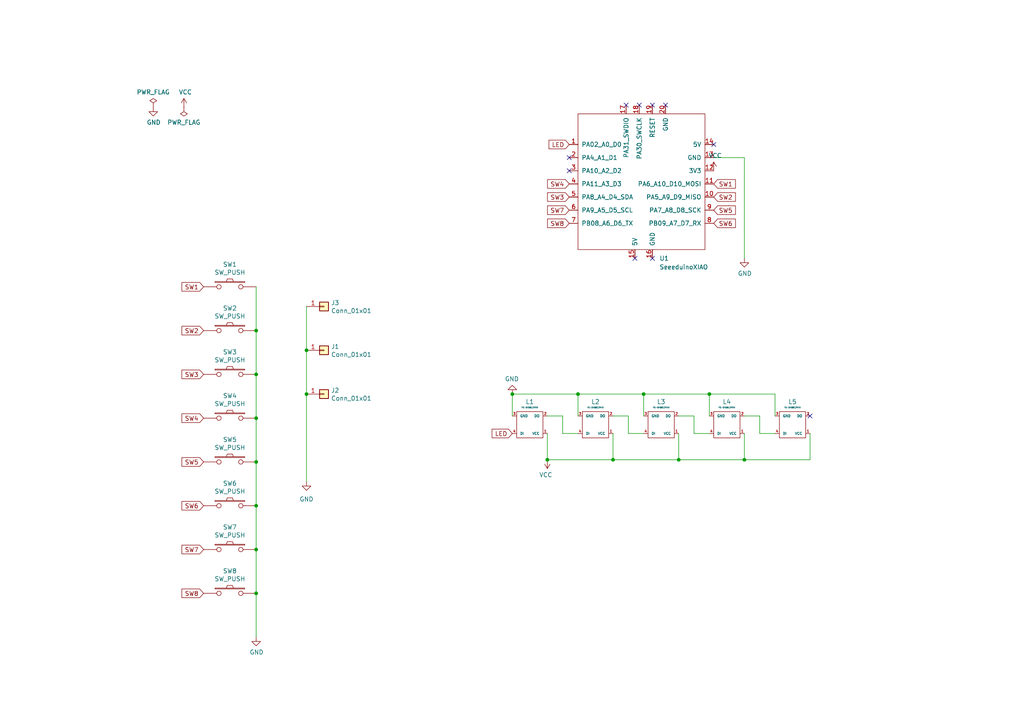
<source format=kicad_sch>
(kicad_sch (version 20211123) (generator eeschema)
  (paper "A4")
  (lib_symbols
    (symbol "Connector_Generic:Conn_01x01" (pin_names (offset 1.016) hide)
      (property "Reference" "J" (at 0 2.54 0))
      (property "Value" "Conn_01x01" (at 0 -2.54 0))
      (symbol "Conn_01x01_1_1"
        (rectangle (start -1.27 0.127) (end 0 -0.127) (stroke (width 0.1524)))
        (rectangle (start -1.27 1.27) (end 1.27 -1.27) (stroke (width 0.254)) (fill (type background)))
        (pin passive line (at -5.08 0 0) (length 3.81) (name "Pin_1") (number "1"))
      )
    )
    (symbol "Keyboard:SeeeduinoXIAO" (pin_names (offset 1.016))
      (property "Reference" "U" (at -19.05 22.86 0))
      (property "Value" "SeeeduinoXIAO" (at -12.7 21.59 0))
      (symbol "SeeeduinoXIAO_0_1"
        (rectangle (start -19.05 20.32) (end 17.78 -19.05))
      )
      (symbol "SeeeduinoXIAO_1_1"
        (pin bidirectional line (at -21.59 11.43 0) (length 2.54) (name "PA02_A0_D0") (number "1"))
        (pin bidirectional line (at 20.32 -3.81 180) (length 2.54) (name "PA5_A9_D9_MISO") (number "10"))
        (pin bidirectional line (at 20.32 0 180) (length 2.54) (name "PA6_A10_D10_MOSI") (number "11"))
        (pin power_out line (at 20.32 3.81 180) (length 2.54) (name "3V3") (number "12"))
        (pin power_out line (at 20.32 7.62 180) (length 2.54) (name "GND") (number "13"))
        (pin power_out line (at 20.32 11.43 180) (length 2.54) (name "5V") (number "14"))
        (pin passive line (at -2.54 -21.59 90) (length 2.54) (name "5V") (number "15"))
        (pin passive line (at 2.54 -21.59 90) (length 2.54) (name "GND") (number "16"))
        (pin input line (at -5.08 22.86 270) (length 2.54) (name "PA31_SWDIO") (number "17"))
        (pin input line (at -1.27 22.86 270) (length 2.54) (name "PA30_SWCLK") (number "18"))
        (pin input line (at 2.54 22.86 270) (length 2.54) (name "RESET") (number "19"))
        (pin bidirectional line (at -21.59 7.62 0) (length 2.54) (name "PA4_A1_D1") (number "2"))
        (pin passive line (at 6.35 22.86 270) (length 2.54) (name "GND") (number "20"))
        (pin bidirectional line (at -21.59 3.81 0) (length 2.54) (name "PA10_A2_D2") (number "3"))
        (pin bidirectional line (at -21.59 0 0) (length 2.54) (name "PA11_A3_D3") (number "4"))
        (pin bidirectional line (at -21.59 -3.81 0) (length 2.54) (name "PA8_A4_D4_SDA") (number "5"))
        (pin bidirectional line (at -21.59 -7.62 0) (length 2.54) (name "PA9_A5_D5_SCL") (number "6"))
        (pin bidirectional line (at -21.59 -11.43 0) (length 2.54) (name "PB08_A6_D6_TX") (number "7"))
        (pin bidirectional line (at 20.32 -11.43 180) (length 2.54) (name "PB09_A7_D7_RX") (number "8"))
        (pin bidirectional line (at 20.32 -7.62 180) (length 2.54) (name "PA7_A8_D8_SCK") (number "9"))
      )
    )
    (symbol "keyboard:SW_PUSH" (pin_numbers hide) (pin_names (offset 1.016) hide)
      (property "Reference" "SW" (at 3.81 2.794 0))
      (property "Value" "SW_PUSH" (at 0 -2.032 0))
      (symbol "SW_PUSH_0_1"
        (rectangle (start -4.318 1.27) (end 4.318 1.524))
        (polyline (pts (xy -1.016 1.524) (xy -0.762 2.286) (xy 0.762 2.286) (xy 1.016 1.524)))
        (pin passive inverted (at -7.62 0 0) (length 5.08) (name "1") (number "1"))
        (pin passive inverted (at 7.62 0 180) (length 5.08) (name "2") (number "2"))
      )
    )
    (symbol "keyboard:YS-SK6812MINI" (pin_names (offset 1.016))
      (property "Reference" "L" (at 0 0 0))
      (property "Value" "YS-SK6812MINI" (at 0 -1.27 0))
      (symbol "YS-SK6812MINI_0_1"
        (rectangle (start -3.81 3.81) (end 3.81 -3.81))
      )
      (symbol "YS-SK6812MINI_1_1"
        (pin power_in line (at -5.08 2.54 0) (length 1.1938) (name "VCC") (number "1"))
        (pin output line (at -5.08 -2.54 0) (length 1.1938) (name "DO") (number "2"))
        (pin power_in line (at 5.08 -2.54 180) (length 1.1938) (name "GND") (number "3"))
        (pin input line (at 5.08 2.54 180) (length 1.1938) (name "DI") (number "4"))
      )
    )
    (symbol "power:GND" (power) (pin_names (offset 0))
      (property "Value" "GND" (at 0 -3.81 0))
      (symbol "GND_0_1"
        (polyline (pts (xy 0 0) (xy 0 -1.27) (xy 1.27 -1.27) (xy 0 -2.54) (xy -1.27 -1.27) (xy 0 -1.27)))
      )
      (symbol "GND_1_1"
        (pin power_in line (at 0 0 270) (length 0) hide (name "GND") (number "1"))
      )
    )
    (symbol "power:PWR_FLAG" (power) (pin_numbers hide) (pin_names (offset 0) hide)
      (property "Value" "PWR_FLAG" (at 0 3.81 0))
      (symbol "PWR_FLAG_0_0"
        (pin power_out line (at 0 0 90) (length 0) (name "pwr") (number "1"))
      )
      (symbol "PWR_FLAG_0_1"
        (polyline (pts (xy 0 0) (xy 0 1.27) (xy -1.016 1.905) (xy 0 2.54) (xy 1.016 1.905) (xy 0 1.27)))
      )
    )
    (symbol "power:VCC" (power) (pin_names (offset 0))
      (property "Value" "VCC" (at 0 3.81 0))
      (symbol "VCC_0_1"
        (polyline (pts (xy -0.762 1.27) (xy 0 2.54)))
        (polyline (pts (xy 0 0) (xy 0 2.54)))
        (polyline (pts (xy 0 2.54) (xy 0.762 1.27)))
      )
      (symbol "VCC_1_1"
        (pin power_in line (at 0 0 90) (length 0) hide (name "VCC") (number "1"))
      )
    )
  )
  (junction (at 74.295 95.885))
  (junction (at 205.74 114.3))
  (junction (at 74.295 172.085))
  (junction (at 215.9 133.35))
  (junction (at 74.295 108.585))
  (junction (at 186.69 114.3))
  (junction (at 158.75 133.35))
  (junction (at 88.9 114.3))
  (junction (at 167.64 114.3))
  (junction (at 148.59 114.3))
  (junction (at 74.295 146.685))
  (junction (at 88.9 101.6))
  (junction (at 196.85 133.35))
  (junction (at 177.8 133.35))
  (junction (at 74.295 159.385))
  (junction (at 74.295 121.285))
  (junction (at 74.295 133.985))
  (no_connect (at 189.23 74.93))
  (no_connect (at 189.23 30.48))
  (no_connect (at 193.04 30.48))
  (no_connect (at 185.42 30.48))
  (no_connect (at 181.61 30.48))
  (no_connect (at 234.95 120.65))
  (no_connect (at 207.01 41.91))
  (no_connect (at 184.15 74.93))
  (no_connect (at 165.1 45.72))
  (no_connect (at 165.1 49.53))
  (wire (pts (xy 196.85 120.65) (xy 201.295 120.65)))
  (wire (pts (xy 177.8 125.73) (xy 177.8 133.35)))
  (wire (pts (xy 158.75 125.73) (xy 158.75 133.35)))
  (wire (pts (xy 177.8 120.65) (xy 182.245 120.65)))
  (wire (pts (xy 74.295 159.385) (xy 74.295 172.085)))
  (wire (pts (xy 220.345 125.73) (xy 224.79 125.73)))
  (wire (pts (xy 182.245 120.65) (xy 182.245 125.73)))
  (wire (pts (xy 215.9 74.93) (xy 215.9 45.72)))
  (wire (pts (xy 88.9 88.9) (xy 88.9 101.6)))
  (wire (pts (xy 201.295 125.73) (xy 205.74 125.73)))
  (wire (pts (xy 163.195 120.65) (xy 163.195 125.73)))
  (wire (pts (xy 74.295 83.185) (xy 74.295 95.885)))
  (wire (pts (xy 205.74 120.65) (xy 205.74 114.3)))
  (wire (pts (xy 215.9 120.65) (xy 220.345 120.65)))
  (wire (pts (xy 74.295 108.585) (xy 74.295 121.285)))
  (wire (pts (xy 196.85 133.35) (xy 177.8 133.35)))
  (wire (pts (xy 167.64 114.3) (xy 186.69 114.3)))
  (wire (pts (xy 234.95 125.73) (xy 234.95 133.35)))
  (wire (pts (xy 163.195 125.73) (xy 167.64 125.73)))
  (wire (pts (xy 177.8 133.35) (xy 158.75 133.35)))
  (wire (pts (xy 88.9 114.3) (xy 88.9 139.7)))
  (wire (pts (xy 215.9 125.73) (xy 215.9 133.35)))
  (wire (pts (xy 196.85 133.35) (xy 215.9 133.35)))
  (wire (pts (xy 148.59 114.3) (xy 167.64 114.3)))
  (wire (pts (xy 182.245 125.73) (xy 186.69 125.73)))
  (wire (pts (xy 201.295 120.65) (xy 201.295 125.73)))
  (wire (pts (xy 205.74 114.3) (xy 224.79 114.3)))
  (wire (pts (xy 196.85 125.73) (xy 196.85 133.35)))
  (wire (pts (xy 186.69 114.3) (xy 205.74 114.3)))
  (wire (pts (xy 224.79 120.65) (xy 224.79 114.3)))
  (wire (pts (xy 74.295 95.885) (xy 74.295 108.585)))
  (wire (pts (xy 148.59 120.65) (xy 148.59 114.3)))
  (wire (pts (xy 234.95 133.35) (xy 215.9 133.35)))
  (wire (pts (xy 74.295 121.285) (xy 74.295 133.985)))
  (wire (pts (xy 74.295 146.685) (xy 74.295 159.385)))
  (wire (pts (xy 186.69 120.65) (xy 186.69 114.3)))
  (wire (pts (xy 215.9 45.72) (xy 207.01 45.72)))
  (wire (pts (xy 220.345 120.65) (xy 220.345 125.73)))
  (wire (pts (xy 158.75 120.65) (xy 163.195 120.65)))
  (wire (pts (xy 74.295 172.085) (xy 74.295 184.785)))
  (wire (pts (xy 74.295 133.985) (xy 74.295 146.685)))
  (wire (pts (xy 167.64 120.65) (xy 167.64 114.3)))
  (wire (pts (xy 88.9 101.6) (xy 88.9 114.3)))
  (global_label "LED" (shape input) (at 165.1 41.91 180) (property "シート間のリファレンス" "${INTERSHEET_REFS}" (effects hide)))
  (global_label "SW7" (shape input) (at 165.1 60.96 180) (property "シート間のリファレンス" "${INTERSHEET_REFS}" (effects hide)))
  (global_label "SW6" (shape input) (at 59.055 146.685 180) (property "シート間のリファレンス" "${INTERSHEET_REFS}" (effects hide)))
  (global_label "SW2" (shape input) (at 207.01 57.15 0) (property "シート間のリファレンス" "${INTERSHEET_REFS}" (effects hide)))
  (global_label "SW1" (shape input) (at 207.01 53.34 0) (property "シート間のリファレンス" "${INTERSHEET_REFS}" (effects hide)))
  (global_label "SW5" (shape input) (at 59.055 133.985 180) (property "シート間のリファレンス" "${INTERSHEET_REFS}" (effects hide)))
  (global_label "SW7" (shape input) (at 59.055 159.385 180) (property "シート間のリファレンス" "${INTERSHEET_REFS}" (effects hide)))
  (global_label "SW6" (shape input) (at 207.01 64.77 0) (property "シート間のリファレンス" "${INTERSHEET_REFS}" (effects hide)))
  (global_label "SW4" (shape input) (at 59.055 121.285 180) (property "シート間のリファレンス" "${INTERSHEET_REFS}" (effects hide)))
  (global_label "SW1" (shape input) (at 59.055 83.185 180) (property "シート間のリファレンス" "${INTERSHEET_REFS}" (effects hide)))
  (global_label "LED" (shape input) (at 148.59 125.73 180) (property "シート間のリファレンス" "${INTERSHEET_REFS}" (effects hide)))
  (global_label "SW8" (shape input) (at 165.1 64.77 180) (property "シート間のリファレンス" "${INTERSHEET_REFS}" (effects hide)))
  (global_label "SW3" (shape input) (at 165.1 57.15 180) (property "シート間のリファレンス" "${INTERSHEET_REFS}" (effects hide)))
  (global_label "SW3" (shape input) (at 59.055 108.585 180) (property "シート間のリファレンス" "${INTERSHEET_REFS}" (effects hide)))
  (global_label "SW8" (shape input) (at 59.055 172.085 180) (property "シート間のリファレンス" "${INTERSHEET_REFS}" (effects hide)))
  (global_label "SW5" (shape input) (at 207.01 60.96 0) (property "シート間のリファレンス" "${INTERSHEET_REFS}" (effects hide)))
  (global_label "SW2" (shape input) (at 59.055 95.885 180) (property "シート間のリファレンス" "${INTERSHEET_REFS}" (effects hide)))
  (global_label "SW4" (shape input) (at 165.1 53.34 180) (property "シート間のリファレンス" "${INTERSHEET_REFS}" (effects hide)))
  (symbol (lib_id "keyboard:SW_PUSH") (at 66.675 121.285 0) (unit 1)
    (property "Reference" "SW4" (at 66.675 114.808 0))
    (property "Value" "SW_PUSH" (at 66.675 117.1194 0))
    (property "Footprint" "Button_Switch_THT:SW_Tactile_SPST_Angled_PTS645Vx39-2LFS" (effects hide))
  )
  (symbol (lib_id "keyboard:SW_PUSH") (at 66.675 133.985 0) (unit 1)
    (property "Reference" "SW5" (at 66.675 127.508 0))
    (property "Value" "SW_PUSH" (at 66.675 129.8194 0))
    (property "Footprint" "Button_Switch_THT:SW_Tactile_SPST_Angled_PTS645Vx39-2LFS" (effects hide))
  )
  (symbol (lib_id "keyboard:SW_PUSH") (at 66.675 146.685 0) (unit 1)
    (property "Reference" "SW6" (at 66.675 140.208 0))
    (property "Value" "SW_PUSH" (at 66.675 142.5194 0))
    (property "Footprint" "Keyboard:MX_1U" (effects hide))
  )
  (symbol (lib_id "keyboard:SW_PUSH") (at 66.675 159.385 0) (unit 1)
    (property "Reference" "SW7" (at 66.675 152.908 0))
    (property "Value" "SW_PUSH" (at 66.675 155.2194 0))
    (property "Footprint" "Keyboard:MX_1U" (effects hide))
  )
  (symbol (lib_id "keyboard:SW_PUSH") (at 66.675 172.085 0) (unit 1)
    (property "Reference" "SW8" (at 66.675 165.608 0))
    (property "Value" "SW_PUSH" (at 66.675 167.9194 0))
    (property "Footprint" "Button_Switch_THT:SW_Tactile_SPST_Angled_PTS645Vx39-2LFS" (effects hide))
  )
  (symbol (lib_id "keyboard:SW_PUSH") (at 66.675 108.585 0) (unit 1)
    (property "Reference" "SW3" (at 66.675 102.108 0))
    (property "Value" "SW_PUSH" (at 66.675 104.4194 0))
    (property "Footprint" "Keyboard:MX_1U" (effects hide))
  )
  (symbol (lib_id "Connector_Generic:Conn_01x01") (at 93.98 101.6 0) (unit 1)
    (property "Reference" "J1" (at 96.012 100.5332 0) (effects (justify left)))
    (property "Value" "Conn_01x01" (at 96.012 102.8446 0) (effects (justify left)))
    (property "Footprint" "MountingHole:MountingHole_2.2mm_M2_Pad_Via" (effects hide))
  )
  (symbol (lib_id "Connector_Generic:Conn_01x01") (at 93.98 114.3 0) (unit 1)
    (property "Reference" "J2" (at 96.012 113.2332 0) (effects (justify left)))
    (property "Value" "Conn_01x01" (at 96.012 115.5446 0) (effects (justify left)))
    (property "Footprint" "MountingHole:MountingHole_2.2mm_M2_Pad_Via" (effects hide))
  )
  (symbol (lib_id "power:GND") (at 74.295 184.785 0) (unit 1)
    (property "Reference" "#PWR07" (effects hide))
    (property "Value" "GND" (at 74.422 189.1792 0))
  )
  (symbol (lib_id "power:GND") (at 44.45 31.115 0) (unit 1)
    (property "Reference" "#PWR02" (effects hide))
    (property "Value" "GND" (at 44.577 35.5092 0))
  )
  (symbol (lib_id "power:VCC") (at 53.34 31.115 0) (unit 1)
    (property "Reference" "#PWR03" (effects hide))
    (property "Value" "VCC" (at 53.7718 26.7208 0))
  )
  (symbol (lib_id "power:PWR_FLAG") (at 44.45 31.115 0) (unit 1)
    (property "Reference" "#FLG01" (effects hide))
    (property "Value" "PWR_FLAG" (at 44.45 26.7208 0))
  )
  (symbol (lib_id "power:PWR_FLAG") (at 53.34 31.115 180) (unit 1)
    (property "Reference" "#FLG02" (effects hide))
    (property "Value" "PWR_FLAG" (at 53.34 35.5092 0))
  )
  (symbol (lib_id "keyboard:YS-SK6812MINI") (at 153.67 123.19 180) (unit 1)
    (property "Reference" "L1" (at 153.67 116.5352 0) (effects (font (size 1.2954 1.2954))))
    (property "Value" "YS-SK6812MINI" (at 153.67 118.1862 0) (effects (font (size 0.4064 0.4064))))
    (property "Footprint" "LED_SMD:LED_WS2812B_PLCC4_5.0x5.0mm_P3.2mm" (effects hide))
  )
  (symbol (lib_id "keyboard:YS-SK6812MINI") (at 172.72 123.19 180) (unit 1)
    (property "Reference" "L2" (at 172.72 116.5352 0) (effects (font (size 1.2954 1.2954))))
    (property "Value" "YS-SK6812MINI" (at 172.72 118.1862 0) (effects (font (size 0.4064 0.4064))))
    (property "Footprint" "Keyboard:YS-SK6812MINI-E" (effects hide))
  )
  (symbol (lib_id "keyboard:YS-SK6812MINI") (at 191.77 123.19 180) (unit 1)
    (property "Reference" "L3" (at 191.77 116.5352 0) (effects (font (size 1.2954 1.2954))))
    (property "Value" "YS-SK6812MINI" (at 191.77 118.1862 0) (effects (font (size 0.4064 0.4064))))
    (property "Footprint" "Keyboard:YS-SK6812MINI-E" (effects hide))
  )
  (symbol (lib_id "keyboard:YS-SK6812MINI") (at 210.82 123.19 180) (unit 1)
    (property "Reference" "L4" (at 210.82 116.5352 0) (effects (font (size 1.2954 1.2954))))
    (property "Value" "YS-SK6812MINI" (at 210.82 118.1862 0) (effects (font (size 0.4064 0.4064))))
    (property "Footprint" "Keyboard:YS-SK6812MINI-E" (effects hide))
  )
  (symbol (lib_id "power:VCC") (at 158.75 133.35 180) (unit 1)
    (property "Reference" "#PWR06" (effects hide))
    (property "Value" "VCC" (at 158.2928 137.7442 0))
  )
  (symbol (lib_id "power:GND") (at 148.59 114.3 180) (unit 1)
    (property "Reference" "#PWR05" (effects hide))
    (property "Value" "GND" (at 148.463 109.9058 0))
  )
  (symbol (lib_id "keyboard:SW_PUSH") (at 66.675 95.885 0) (unit 1)
    (property "Reference" "SW2" (at 66.675 89.408 0))
    (property "Value" "SW_PUSH" (at 66.675 91.7194 0))
    (property "Footprint" "Keyboard:MX_1U" (effects hide))
  )
  (symbol (lib_id "keyboard:SW_PUSH") (at 66.675 83.185 0) (unit 1)
    (property "Reference" "SW1" (at 66.675 76.708 0))
    (property "Value" "SW_PUSH" (at 66.675 79.0194 0))
    (property "Footprint" "Button_Switch_THT:SW_Tactile_SPST_Angled_PTS645Vx39-2LFS" (effects hide))
  )
  (symbol (lib_id "power:GND") (at 215.9 74.93 0) (unit 1)
    (property "Reference" "#PWR04" (effects hide))
    (property "Value" "GND" (at 216.027 79.3242 0))
  )
  (symbol (lib_id "power:GND") (at 88.9 139.7 0) (unit 1)
    (property "Reference" "#PWR0101" (effects hide))
    (property "Value" "GND" (at 88.9 144.78 0))
  )
  (symbol (lib_id "Connector_Generic:Conn_01x01") (at 93.98 88.9 0) (unit 1)
    (property "Reference" "J3" (at 96.012 87.8332 0) (effects (justify left)))
    (property "Value" "Conn_01x01" (at 96.012 90.1446 0) (effects (justify left)))
    (property "Footprint" "MountingHole:MountingHole_2.2mm_M2_Pad_Via" (effects hide))
  )
  (symbol (lib_id "keyboard:YS-SK6812MINI") (at 229.87 123.19 180) (unit 1)
    (property "Reference" "L5" (at 229.87 116.5352 0) (effects (font (size 1.2954 1.2954))))
    (property "Value" "YS-SK6812MINI" (at 229.87 118.1862 0) (effects (font (size 0.4064 0.4064))))
    (property "Footprint" "Keyboard:YS-SK6812MINI-E" (effects hide))
  )
  (symbol (lib_id "power:VCC") (at 207.01 49.53 0) (unit 1)
    (property "Reference" "#PWR01" (effects hide))
    (property "Value" "VCC" (at 207.4418 45.1358 0))
  )
  (symbol (lib_id "Keyboard:SeeeduinoXIAO") (at 186.69 53.34 0) (unit 1)
    (property "Reference" "U1" (at 191.2494 74.93 0) (effects (justify left)))
    (property "Value" "SeeeduinoXIAO" (at 191.2494 77.47 0) (effects (justify left)))
    (property "Footprint" "Keyboard:Seeeduino XIAO TH only" (effects hide))
  )
)
</source>
